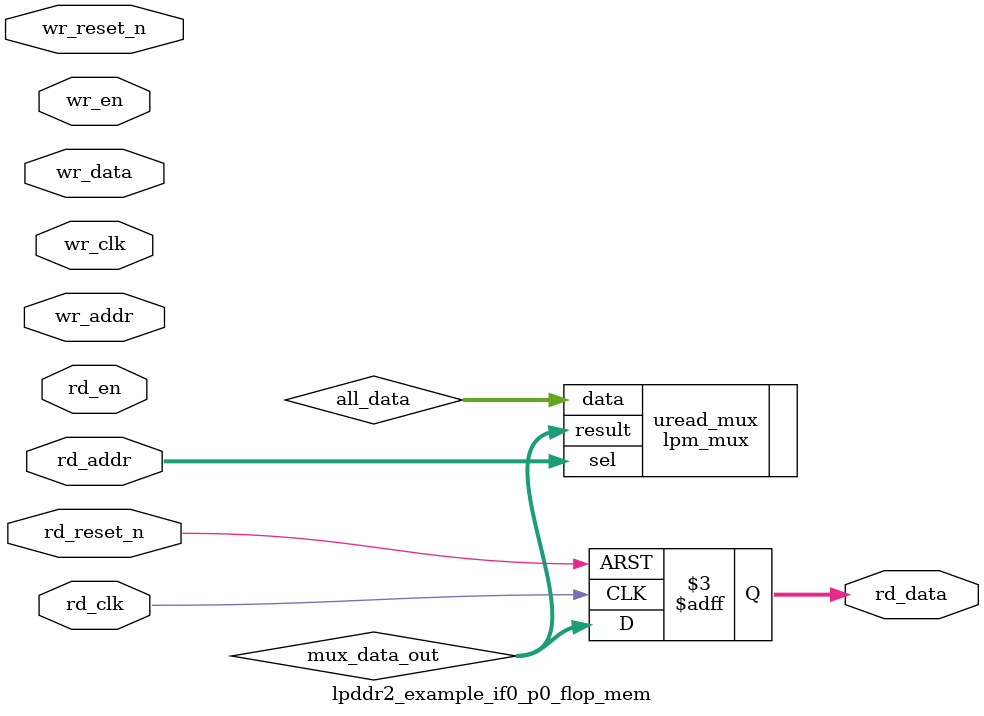
<source format=v>



`timescale 1 ps / 1 ps

(* altera_attribute = "-name ALLOW_SYNCH_CTRL_USAGE ON;-name AUTO_CLOCK_ENABLE_RECOGNITION ON" *)
module lpddr2_example_if0_p0_flop_mem(
	wr_reset_n,
	wr_clk,
	wr_en,
	wr_addr,
	wr_data,
	rd_reset_n,
	rd_clk,
	rd_en,
	rd_addr,
	rd_data
);

parameter WRITE_MEM_DEPTH	= "";
parameter WRITE_ADDR_WIDTH	= "";
parameter WRITE_DATA_WIDTH	= "";
parameter READ_MEM_DEPTH	= "";
parameter READ_ADDR_WIDTH	= "";		 
parameter READ_DATA_WIDTH	= "";


input	wr_reset_n;
input	wr_clk;
input	wr_en;
input	[WRITE_ADDR_WIDTH-1:0] wr_addr;
input	[WRITE_DATA_WIDTH-1:0] wr_data;
input	rd_reset_n;
input	rd_clk;
input	rd_en;
input	[READ_ADDR_WIDTH-1:0] rd_addr;
output	[READ_DATA_WIDTH-1:0] rd_data;



wire	[WRITE_DATA_WIDTH*WRITE_MEM_DEPTH-1:0] all_data;
wire	[READ_DATA_WIDTH-1:0] mux_data_out;



// declare a memory with WRITE_MEM_DEPTH entries
// each entry contains a data size of WRITE_DATA_WIDTH
reg	[WRITE_DATA_WIDTH-1:0] data_stored [0:WRITE_MEM_DEPTH-1] /* synthesis syn_preserve = 1 */;
reg	[READ_DATA_WIDTH-1:0] rd_data;

generate
genvar entry;
	for (entry=0; entry < WRITE_MEM_DEPTH; entry=entry+1)
	begin: mem_location
		assign all_data[(WRITE_DATA_WIDTH*(entry+1)-1) : (WRITE_DATA_WIDTH*entry)] = data_stored[entry]; 
		
		always @(posedge wr_clk or negedge wr_reset_n)
		begin
			if (~wr_reset_n) begin
				data_stored[entry] <= {WRITE_DATA_WIDTH{1'b0}};
			end else begin
				if (wr_en) begin
					if (entry == wr_addr) begin
						data_stored[entry] <= wr_data;
					end
				end
			end
		end		
	end
endgenerate

// mux to select the correct output data based on read address
lpm_mux	uread_mux(
	.sel (rd_addr),
	.data (all_data),
	.result (mux_data_out)
	// synopsys translate_off
	,
	.aclr (),
	.clken (),
	.clock ()
	// synopsys translate_on
	);
 defparam uread_mux.lpm_size = READ_MEM_DEPTH;
 defparam uread_mux.lpm_type = "LPM_MUX";
 defparam uread_mux.lpm_width = READ_DATA_WIDTH;
 defparam uread_mux.lpm_widths = READ_ADDR_WIDTH;

always @(posedge rd_clk or negedge rd_reset_n)	
begin
	if (~rd_reset_n) begin
		rd_data <= {READ_DATA_WIDTH{1'b0}};
	end else begin
		rd_data <= mux_data_out;
	end
end

endmodule

</source>
